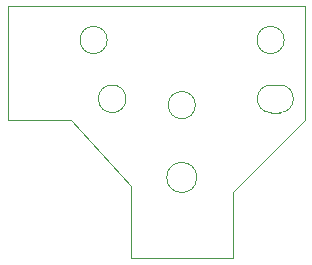
<source format=gbr>
%TF.GenerationSoftware,KiCad,Pcbnew,8.0.1*%
%TF.CreationDate,2024-03-21T19:56:16-04:00*%
%TF.ProjectId,030-011-v2,3033302d-3031-4312-9d76-322e6b696361,rev?*%
%TF.SameCoordinates,Original*%
%TF.FileFunction,Profile,NP*%
%FSLAX46Y46*%
G04 Gerber Fmt 4.6, Leading zero omitted, Abs format (unit mm)*
G04 Created by KiCad (PCBNEW 8.0.1) date 2024-03-21 19:56:16*
%MOMM*%
%LPD*%
G01*
G04 APERTURE LIST*
%TA.AperFunction,Profile*%
%ADD10C,0.050000*%
%TD*%
G04 APERTURE END LIST*
D10*
X118904400Y-32054800D02*
G75*
G02*
X116604400Y-32054800I-1150000J0D01*
G01*
X116604400Y-32054800D02*
G75*
G02*
X118904400Y-32054800I1150000J0D01*
G01*
X105918000Y-44450000D02*
X105918000Y-50546000D01*
X111511000Y-43692226D02*
G75*
G02*
X108961000Y-43692226I-1275000J0D01*
G01*
X108961000Y-43692226D02*
G75*
G02*
X111511000Y-43692226I1275000J0D01*
G01*
X120650000Y-38862000D02*
X120650000Y-29210000D01*
X100838000Y-38862000D02*
X95504000Y-38862000D01*
X118516400Y-35864800D02*
X117805200Y-35864800D01*
X118516400Y-35864800D02*
G75*
G02*
X118516400Y-38201600I0J-1168400D01*
G01*
X117805200Y-38201600D02*
X118516400Y-38201600D01*
X95504000Y-38862000D02*
X95504000Y-29210000D01*
X120650000Y-38862000D02*
X114554000Y-44958000D01*
X103918400Y-32054800D02*
G75*
G02*
X101618400Y-32054800I-1150000J0D01*
G01*
X101618400Y-32054800D02*
G75*
G02*
X103918400Y-32054800I1150000J0D01*
G01*
X105511600Y-37033200D02*
G75*
G02*
X103174800Y-37033200I-1168400J0D01*
G01*
X103174800Y-37033200D02*
G75*
G02*
X105511600Y-37033200I1168400J0D01*
G01*
X117805200Y-38201600D02*
G75*
G02*
X117805200Y-35864800I0J1168400D01*
G01*
X120650000Y-29210000D02*
X95504000Y-29210000D01*
X105918000Y-50546000D02*
X114554000Y-50546000D01*
X100838000Y-38862000D02*
X105918000Y-44450000D01*
X111386000Y-37567226D02*
G75*
G02*
X109086000Y-37567226I-1150000J0D01*
G01*
X109086000Y-37567226D02*
G75*
G02*
X111386000Y-37567226I1150000J0D01*
G01*
X114554000Y-50546000D02*
X114554000Y-44958000D01*
M02*

</source>
